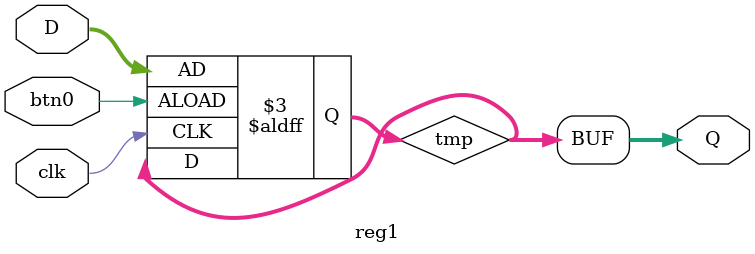
<source format=v>
`timescale 1ns / 1ps


module reg1(
input btn0,
input clk,
input [7:0] D,
output [7:0] Q
);
reg [7:0] tmp;

always @ (posedge (btn0), posedge (clk))
begin
    if (btn0 == 1)
         tmp <= D;    
end
assign Q = tmp;
endmodule

</source>
